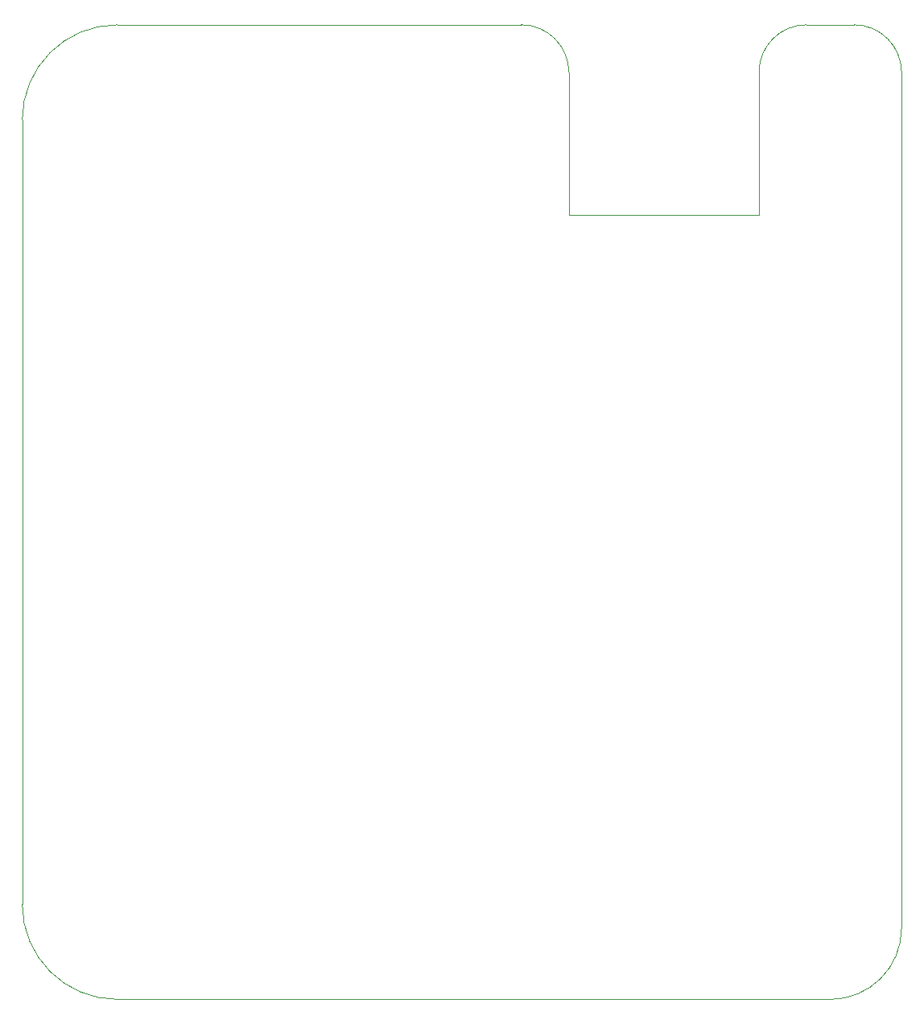
<source format=gbr>
%TF.GenerationSoftware,KiCad,Pcbnew,(5.1.6)-1*%
%TF.CreationDate,2020-12-04T16:37:21+02:00*%
%TF.ProjectId,Tahometrs,5461686f-6d65-4747-9273-2e6b69636164,rev?*%
%TF.SameCoordinates,Original*%
%TF.FileFunction,Profile,NP*%
%FSLAX46Y46*%
G04 Gerber Fmt 4.6, Leading zero omitted, Abs format (unit mm)*
G04 Created by KiCad (PCBNEW (5.1.6)-1) date 2020-12-04 16:37:21*
%MOMM*%
%LPD*%
G01*
G04 APERTURE LIST*
%TA.AperFunction,Profile*%
%ADD10C,0.050000*%
%TD*%
G04 APERTURE END LIST*
D10*
X125000000Y-122500000D02*
X125000000Y-40000000D01*
X177500000Y-30000000D02*
X135000000Y-30000000D01*
X182500000Y-50000000D02*
X182500000Y-35000000D01*
X202500000Y-50000000D02*
X182500000Y-50000000D01*
X202500000Y-35000000D02*
X202500000Y-50000000D01*
X125000000Y-40000000D02*
G75*
G02*
X135000000Y-30000000I10000000J0D01*
G01*
X177500000Y-30000000D02*
G75*
G02*
X182500000Y-35000000I0J-5000000D01*
G01*
X207500000Y-30000000D02*
X212500000Y-30000000D01*
X217500000Y-125000000D02*
X217500000Y-35000000D01*
X202500000Y-35000000D02*
G75*
G02*
X207500000Y-30000000I5000000J0D01*
G01*
X212500000Y-30000000D02*
G75*
G02*
X217500000Y-35000000I0J-5000000D01*
G01*
X135000000Y-132500000D02*
X210000000Y-132500000D01*
X135000000Y-132500000D02*
G75*
G02*
X125000000Y-122500000I0J10000000D01*
G01*
X217500000Y-125000000D02*
G75*
G02*
X210000000Y-132500000I-7500000J0D01*
G01*
M02*

</source>
